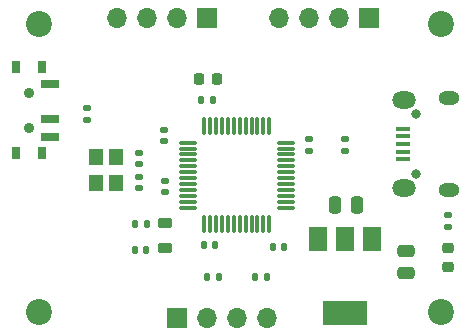
<source format=gbr>
%TF.GenerationSoftware,KiCad,Pcbnew,7.0.8*%
%TF.CreationDate,2023-11-01T19:37:33-03:00*%
%TF.ProjectId,KICAD_STM32,4b494341-445f-4535-944d-33322e6b6963,rev?*%
%TF.SameCoordinates,Original*%
%TF.FileFunction,Soldermask,Top*%
%TF.FilePolarity,Negative*%
%FSLAX46Y46*%
G04 Gerber Fmt 4.6, Leading zero omitted, Abs format (unit mm)*
G04 Created by KiCad (PCBNEW 7.0.8) date 2023-11-01 19:37:33*
%MOMM*%
%LPD*%
G01*
G04 APERTURE LIST*
G04 Aperture macros list*
%AMRoundRect*
0 Rectangle with rounded corners*
0 $1 Rounding radius*
0 $2 $3 $4 $5 $6 $7 $8 $9 X,Y pos of 4 corners*
0 Add a 4 corners polygon primitive as box body*
4,1,4,$2,$3,$4,$5,$6,$7,$8,$9,$2,$3,0*
0 Add four circle primitives for the rounded corners*
1,1,$1+$1,$2,$3*
1,1,$1+$1,$4,$5*
1,1,$1+$1,$6,$7*
1,1,$1+$1,$8,$9*
0 Add four rect primitives between the rounded corners*
20,1,$1+$1,$2,$3,$4,$5,0*
20,1,$1+$1,$4,$5,$6,$7,0*
20,1,$1+$1,$6,$7,$8,$9,0*
20,1,$1+$1,$8,$9,$2,$3,0*%
G04 Aperture macros list end*
%ADD10RoundRect,0.140000X0.170000X-0.140000X0.170000X0.140000X-0.170000X0.140000X-0.170000X-0.140000X0*%
%ADD11C,2.200000*%
%ADD12R,1.200000X1.400000*%
%ADD13O,1.800000X1.150000*%
%ADD14O,2.000000X1.450000*%
%ADD15R,1.300000X0.450000*%
%ADD16O,0.800000X0.800000*%
%ADD17R,1.700000X1.700000*%
%ADD18O,1.700000X1.700000*%
%ADD19R,0.800000X1.000000*%
%ADD20C,0.900000*%
%ADD21R,1.500000X0.700000*%
%ADD22RoundRect,0.135000X0.185000X-0.135000X0.185000X0.135000X-0.185000X0.135000X-0.185000X-0.135000X0*%
%ADD23R,1.500000X2.000000*%
%ADD24R,3.800000X2.000000*%
%ADD25RoundRect,0.140000X0.140000X0.170000X-0.140000X0.170000X-0.140000X-0.170000X0.140000X-0.170000X0*%
%ADD26RoundRect,0.135000X0.135000X0.185000X-0.135000X0.185000X-0.135000X-0.185000X0.135000X-0.185000X0*%
%ADD27RoundRect,0.140000X-0.170000X0.140000X-0.170000X-0.140000X0.170000X-0.140000X0.170000X0.140000X0*%
%ADD28RoundRect,0.250000X-0.250000X-0.475000X0.250000X-0.475000X0.250000X0.475000X-0.250000X0.475000X0*%
%ADD29RoundRect,0.075000X-0.662500X-0.075000X0.662500X-0.075000X0.662500X0.075000X-0.662500X0.075000X0*%
%ADD30RoundRect,0.075000X-0.075000X-0.662500X0.075000X-0.662500X0.075000X0.662500X-0.075000X0.662500X0*%
%ADD31RoundRect,0.140000X-0.140000X-0.170000X0.140000X-0.170000X0.140000X0.170000X-0.140000X0.170000X0*%
%ADD32RoundRect,0.225000X-0.225000X-0.250000X0.225000X-0.250000X0.225000X0.250000X-0.225000X0.250000X0*%
%ADD33RoundRect,0.250000X0.475000X-0.250000X0.475000X0.250000X-0.475000X0.250000X-0.475000X-0.250000X0*%
%ADD34RoundRect,0.135000X-0.185000X0.135000X-0.185000X-0.135000X0.185000X-0.135000X0.185000X0.135000X0*%
%ADD35RoundRect,0.218750X-0.381250X0.218750X-0.381250X-0.218750X0.381250X-0.218750X0.381250X0.218750X0*%
%ADD36RoundRect,0.218750X-0.256250X0.218750X-0.256250X-0.218750X0.256250X-0.218750X0.256250X0.218750X0*%
%ADD37RoundRect,0.135000X-0.135000X-0.185000X0.135000X-0.185000X0.135000X0.185000X-0.135000X0.185000X0*%
G04 APERTURE END LIST*
D10*
%TO.C,C4*%
X102000000Y-28730000D03*
X102000000Y-27770000D03*
%TD*%
D11*
%TO.C,H4*%
X91440000Y-18796000D03*
%TD*%
D12*
%TO.C,Y1*%
X96300000Y-30074000D03*
X96300000Y-32274000D03*
X98000000Y-32274000D03*
X98000000Y-30074000D03*
%TD*%
D13*
%TO.C,J1*%
X126163000Y-25086000D03*
D14*
X122363000Y-25236000D03*
X122363000Y-32686000D03*
D13*
X126163000Y-32836000D03*
D15*
X122313000Y-27661000D03*
X122313000Y-28311000D03*
X122313000Y-28961000D03*
X122313000Y-29611000D03*
X122313000Y-30261000D03*
D16*
X123413000Y-26461000D03*
X123413000Y-31461000D03*
%TD*%
D11*
%TO.C,H2*%
X125476000Y-43180000D03*
%TD*%
D10*
%TO.C,C13*%
X99900000Y-32680000D03*
X99900000Y-31720000D03*
%TD*%
D17*
%TO.C,J4*%
X103124000Y-43688000D03*
D18*
X105664000Y-43688000D03*
X108204000Y-43688000D03*
X110744000Y-43688000D03*
%TD*%
D19*
%TO.C,SW1*%
X91712000Y-22450000D03*
X89502000Y-22450000D03*
D20*
X90602000Y-24600000D03*
X90602000Y-27600000D03*
D19*
X91712000Y-29750000D03*
X89502000Y-29750000D03*
D21*
X92362000Y-23850000D03*
X92362000Y-26850000D03*
X92362000Y-28350000D03*
%TD*%
D17*
%TO.C,J3*%
X105664000Y-18288000D03*
D18*
X103124000Y-18288000D03*
X100584000Y-18288000D03*
X98044000Y-18288000D03*
%TD*%
D10*
%TO.C,C12*%
X99900000Y-30666000D03*
X99900000Y-29706000D03*
%TD*%
D22*
%TO.C,R2*%
X95504000Y-26924000D03*
X95504000Y-25904000D03*
%TD*%
D23*
%TO.C,U1*%
X119648000Y-36982000D03*
X117348000Y-36982000D03*
D24*
X117348000Y-43282000D03*
D23*
X115048000Y-36982000D03*
%TD*%
D25*
%TO.C,C10*%
X100556000Y-37900000D03*
X99596000Y-37900000D03*
%TD*%
D10*
%TO.C,C8*%
X102108000Y-33066000D03*
X102108000Y-32106000D03*
%TD*%
D11*
%TO.C,H1*%
X91440000Y-43180000D03*
%TD*%
D26*
%TO.C,R4*%
X106680000Y-40250000D03*
X105660000Y-40250000D03*
%TD*%
D25*
%TO.C,C9*%
X100584000Y-35755000D03*
X99624000Y-35755000D03*
%TD*%
D27*
%TO.C,C6*%
X114300000Y-28578000D03*
X114300000Y-29538000D03*
%TD*%
D28*
%TO.C,C1*%
X116500000Y-34138000D03*
X118400000Y-34138000D03*
%TD*%
D29*
%TO.C,U2*%
X104041500Y-28848000D03*
X104041500Y-29348000D03*
X104041500Y-29848000D03*
X104041500Y-30348000D03*
X104041500Y-30848000D03*
X104041500Y-31348000D03*
X104041500Y-31848000D03*
X104041500Y-32348000D03*
X104041500Y-32848000D03*
X104041500Y-33348000D03*
X104041500Y-33848000D03*
X104041500Y-34348000D03*
D30*
X105454000Y-35760500D03*
X105954000Y-35760500D03*
X106454000Y-35760500D03*
X106954000Y-35760500D03*
X107454000Y-35760500D03*
X107954000Y-35760500D03*
X108454000Y-35760500D03*
X108954000Y-35760500D03*
X109454000Y-35760500D03*
X109954000Y-35760500D03*
X110454000Y-35760500D03*
X110954000Y-35760500D03*
D29*
X112366500Y-34348000D03*
X112366500Y-33848000D03*
X112366500Y-33348000D03*
X112366500Y-32848000D03*
X112366500Y-32348000D03*
X112366500Y-31848000D03*
X112366500Y-31348000D03*
X112366500Y-30848000D03*
X112366500Y-30348000D03*
X112366500Y-29848000D03*
X112366500Y-29348000D03*
X112366500Y-28848000D03*
D30*
X110954000Y-27435500D03*
X110454000Y-27435500D03*
X109954000Y-27435500D03*
X109454000Y-27435500D03*
X108954000Y-27435500D03*
X108454000Y-27435500D03*
X107954000Y-27435500D03*
X107454000Y-27435500D03*
X106954000Y-27435500D03*
X106454000Y-27435500D03*
X105954000Y-27435500D03*
X105454000Y-27435500D03*
%TD*%
D31*
%TO.C,C11*%
X105420000Y-37500000D03*
X106380000Y-37500000D03*
%TD*%
D22*
%TO.C,R1*%
X126100000Y-36000000D03*
X126100000Y-34980000D03*
%TD*%
D25*
%TO.C,C7*%
X112230000Y-37694000D03*
X111270000Y-37694000D03*
%TD*%
D32*
%TO.C,C3*%
X104975000Y-23470000D03*
X106525000Y-23470000D03*
%TD*%
D11*
%TO.C,H3*%
X125476000Y-18796000D03*
%TD*%
D17*
%TO.C,J2*%
X119380000Y-18288000D03*
D18*
X116840000Y-18288000D03*
X114300000Y-18288000D03*
X111760000Y-18288000D03*
%TD*%
D31*
%TO.C,C5*%
X105212000Y-25250000D03*
X106172000Y-25250000D03*
%TD*%
D33*
%TO.C,C2*%
X122500000Y-39900000D03*
X122500000Y-38000000D03*
%TD*%
D34*
%TO.C,R3*%
X117348000Y-28546000D03*
X117348000Y-29566000D03*
%TD*%
D35*
%TO.C,FB1*%
X102108000Y-35662000D03*
X102108000Y-37787000D03*
%TD*%
D36*
%TO.C,D1*%
X126100000Y-37806500D03*
X126100000Y-39381500D03*
%TD*%
D37*
%TO.C,R5*%
X109728000Y-40250000D03*
X110748000Y-40250000D03*
%TD*%
M02*

</source>
